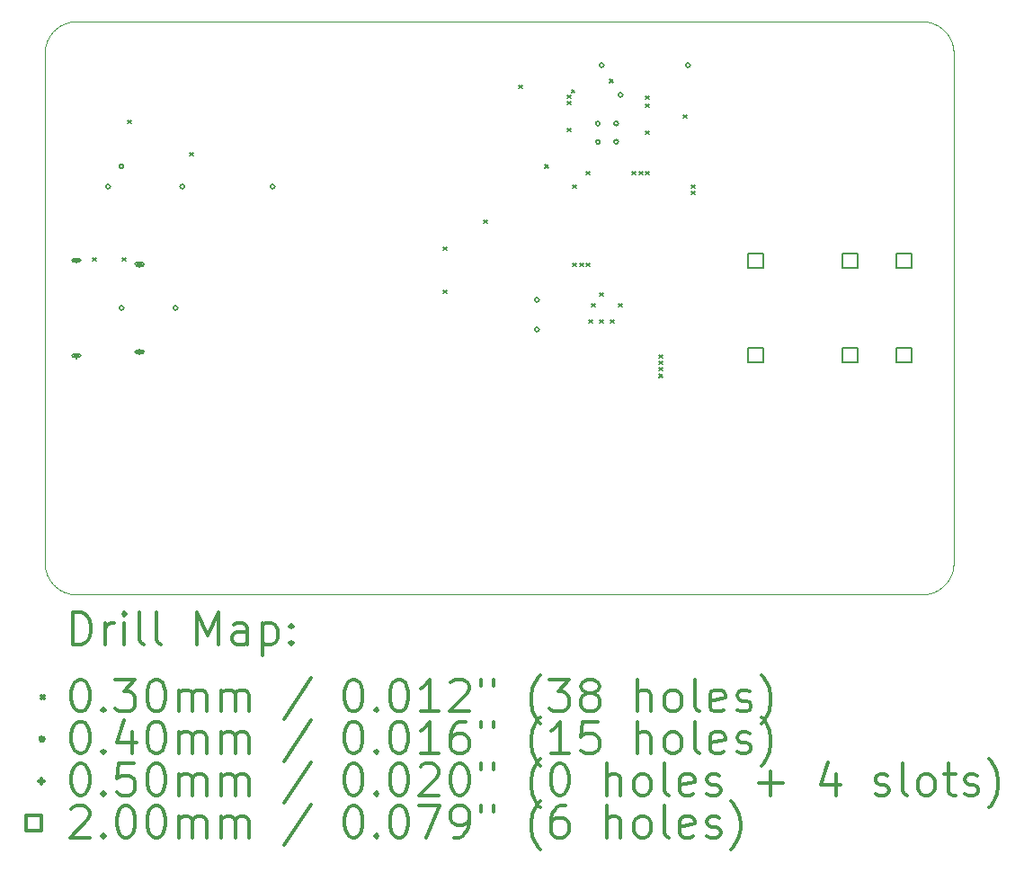
<source format=gbr>
%FSLAX45Y45*%
G04 Gerber Fmt 4.5, Leading zero omitted, Abs format (unit mm)*
G04 Created by KiCad (PCBNEW 4.0.7) date 04/10/18 01:40:11*
%MOMM*%
%LPD*%
G01*
G04 APERTURE LIST*
%ADD10C,0.127000*%
%ADD11C,0.100000*%
%ADD12C,0.200000*%
%ADD13C,0.300000*%
G04 APERTURE END LIST*
D10*
D11*
X12130625Y-7461000D02*
X12255000Y-7461000D01*
X11164047Y-7476830D02*
X11171044Y-7474546D01*
X11150280Y-7481895D02*
X11157125Y-7479281D01*
X11130236Y-7490700D02*
X11136834Y-7487608D01*
X11757500Y-7461000D02*
X11881875Y-7461000D01*
X11143516Y-7484672D02*
X11150280Y-7481895D01*
X11117306Y-7497346D02*
X11123726Y-7493947D01*
X11157125Y-7479281D02*
X11164047Y-7476830D01*
X11033387Y-7564951D02*
X11038175Y-7559559D01*
X11075074Y-7525197D02*
X11080800Y-7520801D01*
X10999895Y-7611977D02*
X11003592Y-7605743D01*
X11508750Y-7461000D02*
X11633125Y-7461000D01*
X10996346Y-7618306D02*
X10999895Y-7611977D01*
X11260000Y-7461000D02*
X11384375Y-7461000D01*
X11080800Y-7520801D02*
X11086632Y-7516540D01*
X11015540Y-7587632D02*
X11019801Y-7581800D01*
X11229440Y-7462556D02*
X11237005Y-7461879D01*
X11237005Y-7461879D02*
X11244622Y-7461392D01*
X11214471Y-7464473D02*
X11221927Y-7463422D01*
X11048125Y-7549125D02*
X11053283Y-7544088D01*
X11199736Y-7467123D02*
X11207073Y-7465708D01*
X11028727Y-7570457D02*
X11033387Y-7564951D01*
X11007433Y-7599606D02*
X11011416Y-7593568D01*
X10986608Y-7637834D02*
X10989700Y-7631236D01*
X11185254Y-7470487D02*
X11192462Y-7468717D01*
X11011416Y-7593568D02*
X11015540Y-7587632D01*
X11098606Y-7508432D02*
X11104744Y-7504591D01*
X11092568Y-7512416D02*
X11098606Y-7508432D01*
X11024197Y-7576074D02*
X11028727Y-7570457D01*
X11058559Y-7539175D02*
X11063951Y-7534387D01*
X11069457Y-7529727D02*
X11075074Y-7525197D01*
X10992947Y-7624726D02*
X10996346Y-7618306D01*
X11633125Y-7461000D02*
X11757500Y-7461000D01*
X11003592Y-7605743D02*
X11007433Y-7599606D01*
X13001250Y-7461000D02*
X13125625Y-7461000D01*
X11244622Y-7461392D02*
X11252288Y-7461098D01*
X12876875Y-7461000D02*
X13001250Y-7461000D01*
X12752500Y-7461000D02*
X12876875Y-7461000D01*
X12628125Y-7461000D02*
X12752500Y-7461000D01*
X12503750Y-7461000D02*
X12628125Y-7461000D01*
X12379375Y-7461000D02*
X12503750Y-7461000D01*
X12255000Y-7461000D02*
X12379375Y-7461000D01*
X11207073Y-7465708D02*
X11214471Y-7464473D01*
X11171044Y-7474546D02*
X11178114Y-7472431D01*
X11063951Y-7534387D02*
X11069457Y-7529727D01*
X11136834Y-7487608D02*
X11143516Y-7484672D01*
X12006250Y-7461000D02*
X12130625Y-7461000D01*
X11881875Y-7461000D02*
X12006250Y-7461000D01*
X11384375Y-7461000D02*
X11508750Y-7461000D01*
X11053283Y-7544088D02*
X11058559Y-7539175D01*
X10989700Y-7631236D02*
X10992947Y-7624726D01*
X11252288Y-7461098D02*
X11260000Y-7461000D01*
X11192462Y-7468717D02*
X11199736Y-7467123D01*
X11221927Y-7463422D02*
X11229440Y-7462556D01*
X11178114Y-7472431D02*
X11185254Y-7470487D01*
X11086632Y-7516540D02*
X11092568Y-7512416D01*
X11019801Y-7581800D02*
X11024197Y-7576074D01*
X11123726Y-7493947D02*
X11130236Y-7490700D01*
X11110978Y-7500895D02*
X11117306Y-7497346D01*
X11043088Y-7554283D02*
X11048125Y-7549125D01*
X11038175Y-7559559D02*
X11043088Y-7554283D01*
X10983672Y-7644516D02*
X10986608Y-7637834D01*
X11104744Y-7504591D02*
X11110978Y-7500895D01*
X19399200Y-12799199D02*
X19393368Y-12803460D01*
X19468584Y-12726432D02*
X19464460Y-12732368D01*
X19431875Y-12770875D02*
X19426717Y-12775912D01*
X19496328Y-12675484D02*
X19493392Y-12682166D01*
X19493392Y-12682166D02*
X19490300Y-12688764D01*
X19515292Y-12611927D02*
X19513877Y-12619264D01*
X19455803Y-12743926D02*
X19451273Y-12749543D01*
X19516527Y-12604529D02*
X19515292Y-12611927D01*
X19476409Y-12714256D02*
X19472568Y-12720394D01*
X19499105Y-12668720D02*
X19496328Y-12675484D01*
X19520000Y-12559000D02*
X19519902Y-12566712D01*
X19369023Y-12819105D02*
X19362694Y-12822654D01*
X19421441Y-12780825D02*
X19416049Y-12785613D01*
X19519608Y-12574378D02*
X19519121Y-12581995D01*
X19441825Y-12760441D02*
X19436912Y-12765717D01*
X19436912Y-12765717D02*
X19431875Y-12770875D01*
X19404926Y-12794803D02*
X19399200Y-12799199D01*
X19416049Y-12785613D02*
X19410543Y-12790273D01*
X19501719Y-12661875D02*
X19499105Y-12668720D01*
X19483654Y-12701694D02*
X19480105Y-12708022D01*
X19387432Y-12807584D02*
X19381394Y-12811567D01*
X19393368Y-12803460D02*
X19387432Y-12807584D01*
X19410543Y-12790273D02*
X19404926Y-12794803D01*
X19426717Y-12775912D02*
X19421441Y-12780825D01*
X19451273Y-12749543D02*
X19446613Y-12755049D01*
X19480105Y-12708022D02*
X19476409Y-12714256D01*
X19510513Y-12633746D02*
X19508569Y-12640886D01*
X19520000Y-12334094D02*
X19520000Y-12409062D01*
X19508569Y-12640886D02*
X19506454Y-12647956D01*
X19519902Y-12566712D02*
X19519608Y-12574378D01*
X19512283Y-12626538D02*
X19510513Y-12633746D01*
X19490300Y-12688764D02*
X19487053Y-12695274D01*
X19513877Y-12619264D02*
X19512283Y-12626538D01*
X19520000Y-12409062D02*
X19520000Y-12484031D01*
X19272927Y-12854292D02*
X19265529Y-12855527D01*
X19280264Y-12852877D02*
X19272927Y-12854292D01*
X19301886Y-12847569D02*
X19294746Y-12849513D01*
X19506454Y-12647956D02*
X19504170Y-12654953D01*
X19381394Y-12811567D02*
X19375257Y-12815408D01*
X19519121Y-12581995D02*
X19518444Y-12589560D01*
X19520000Y-12184156D02*
X19520000Y-12259125D01*
X19315954Y-12843170D02*
X19308956Y-12845454D01*
X19464460Y-12732368D02*
X19460199Y-12738200D01*
X19446613Y-12755049D02*
X19441825Y-12760441D01*
X19287538Y-12851283D02*
X19280264Y-12852877D01*
X19294746Y-12849513D02*
X19287538Y-12851283D01*
X19520000Y-12484031D02*
X19520000Y-12559000D01*
X19517578Y-12597072D02*
X19516527Y-12604529D01*
X19518444Y-12589560D02*
X19517578Y-12597072D01*
X19308956Y-12845454D02*
X19301886Y-12847569D01*
X19487053Y-12695274D02*
X19483654Y-12701694D01*
X19322876Y-12840719D02*
X19315954Y-12843170D01*
X19329720Y-12838104D02*
X19322876Y-12840719D01*
X19520000Y-12109187D02*
X19520000Y-12184156D01*
X19336484Y-12835328D02*
X19329720Y-12838104D01*
X19362694Y-12822654D02*
X19356274Y-12826053D01*
X19343166Y-12832392D02*
X19336484Y-12835328D01*
X19349764Y-12829300D02*
X19343166Y-12832392D01*
X19356274Y-12826053D02*
X19349764Y-12829300D01*
X19375257Y-12815408D02*
X19369023Y-12819105D01*
X19460199Y-12738200D02*
X19455803Y-12743926D01*
X19472568Y-12720394D02*
X19468584Y-12726432D01*
X19520000Y-12259125D02*
X19520000Y-12334094D01*
X19504170Y-12654953D02*
X19501719Y-12661875D01*
X19520000Y-9410313D02*
X19520000Y-9485281D01*
X19520000Y-7985906D02*
X19520000Y-8060875D01*
X19520000Y-8885531D02*
X19520000Y-8960500D01*
X19520000Y-11434469D02*
X19520000Y-11509437D01*
X19520000Y-10684781D02*
X19520000Y-10759750D01*
X19520000Y-7761000D02*
X19520000Y-7835969D01*
X19520000Y-9710188D02*
X19520000Y-9785156D01*
X19520000Y-8435719D02*
X19520000Y-8510688D01*
X19520000Y-11284531D02*
X19520000Y-11359500D01*
X19520000Y-10609813D02*
X19520000Y-10684781D01*
X19520000Y-8735594D02*
X19520000Y-8810563D01*
X19520000Y-11134594D02*
X19520000Y-11209562D01*
X19520000Y-10834719D02*
X19520000Y-10909688D01*
X19520000Y-10384906D02*
X19520000Y-10459875D01*
X19518444Y-7730440D02*
X19519121Y-7738005D01*
X19520000Y-11584406D02*
X19520000Y-11659375D01*
X19520000Y-12034219D02*
X19520000Y-12109187D01*
X19520000Y-10759750D02*
X19520000Y-10834719D01*
X19520000Y-10010063D02*
X19520000Y-10085031D01*
X19520000Y-9785156D02*
X19520000Y-9860125D01*
X19520000Y-8135844D02*
X19520000Y-8210812D01*
X19520000Y-8285781D02*
X19520000Y-8360750D01*
X19520000Y-8510688D02*
X19520000Y-8585656D01*
X19520000Y-9110438D02*
X19520000Y-9185406D01*
X19520000Y-7835969D02*
X19520000Y-7910937D01*
X19520000Y-10534844D02*
X19520000Y-10609813D01*
X19519608Y-7745622D02*
X19519902Y-7753288D01*
X19517578Y-7722927D02*
X19518444Y-7730440D01*
X19520000Y-11959250D02*
X19520000Y-12034219D01*
X19520000Y-9560250D02*
X19520000Y-9635219D01*
X19520000Y-8960500D02*
X19520000Y-9035469D01*
X19520000Y-7910937D02*
X19520000Y-7985906D01*
X19519902Y-7753288D02*
X19520000Y-7761000D01*
X19520000Y-8210812D02*
X19520000Y-8285781D01*
X19520000Y-11884281D02*
X19520000Y-11959250D01*
X19520000Y-9185406D02*
X19520000Y-9260375D01*
X19520000Y-9335344D02*
X19520000Y-9410313D01*
X19520000Y-10909688D02*
X19520000Y-10984656D01*
X19520000Y-10459875D02*
X19520000Y-10534844D01*
X19520000Y-10309938D02*
X19520000Y-10384906D01*
X19520000Y-8060875D02*
X19520000Y-8135844D01*
X19520000Y-8810563D02*
X19520000Y-8885531D01*
X19520000Y-8360750D02*
X19520000Y-8435719D01*
X19519121Y-7738005D02*
X19519608Y-7745622D01*
X19520000Y-11809312D02*
X19520000Y-11884281D01*
X19520000Y-11734344D02*
X19520000Y-11809312D01*
X19520000Y-8660625D02*
X19520000Y-8735594D01*
X19520000Y-11659375D02*
X19520000Y-11734344D01*
X19520000Y-11509437D02*
X19520000Y-11584406D01*
X19520000Y-11359500D02*
X19520000Y-11434469D01*
X19520000Y-11209562D02*
X19520000Y-11284531D01*
X19520000Y-11059625D02*
X19520000Y-11134594D01*
X19520000Y-10984656D02*
X19520000Y-11059625D01*
X19520000Y-10234969D02*
X19520000Y-10309938D01*
X19520000Y-9260375D02*
X19520000Y-9335344D01*
X19520000Y-10160000D02*
X19520000Y-10234969D01*
X19520000Y-9860125D02*
X19520000Y-9935094D01*
X19520000Y-9635219D02*
X19520000Y-9710188D01*
X19516527Y-7715471D02*
X19517578Y-7722927D01*
X19520000Y-9485281D02*
X19520000Y-9560250D01*
X19520000Y-9035469D02*
X19520000Y-9110438D01*
X19520000Y-10085031D02*
X19520000Y-10160000D01*
X19520000Y-9935094D02*
X19520000Y-10010063D01*
X19520000Y-8585656D02*
X19520000Y-8660625D01*
X19369023Y-7500895D02*
X19375257Y-7504591D01*
X19235378Y-7461392D02*
X19242995Y-7461879D01*
X19322876Y-7479281D02*
X19329720Y-7481895D01*
X19499105Y-7651280D02*
X19501719Y-7658124D01*
X19460199Y-7581800D02*
X19464460Y-7587632D01*
X19095625Y-7461000D02*
X19220000Y-7461000D01*
X19393368Y-7516540D02*
X19399200Y-7520801D01*
X19280264Y-7467123D02*
X19287538Y-7468717D01*
X19496328Y-7644516D02*
X19499105Y-7651280D01*
X19455803Y-7576074D02*
X19460199Y-7581800D01*
X19308956Y-7474546D02*
X19315954Y-7476830D01*
X19480105Y-7611977D02*
X19483654Y-7618306D01*
X19468584Y-7593568D02*
X19472568Y-7599606D01*
X19441825Y-7559559D02*
X19446613Y-7564951D01*
X18598125Y-7461000D02*
X18722500Y-7461000D01*
X19487053Y-7624726D02*
X19490300Y-7631236D01*
X19476409Y-7605743D02*
X19480105Y-7611977D01*
X19464460Y-7587632D02*
X19468584Y-7593568D01*
X19416049Y-7534387D02*
X19421441Y-7539175D01*
X19399200Y-7520801D02*
X19404926Y-7525197D01*
X19250560Y-7462556D02*
X19258073Y-7463422D01*
X19265529Y-7464473D02*
X19272927Y-7465708D01*
X19287538Y-7468717D02*
X19294746Y-7470487D01*
X19343166Y-7487608D02*
X19349764Y-7490700D01*
X19220000Y-7461000D02*
X19227712Y-7461098D01*
X19451273Y-7570457D02*
X19455803Y-7576074D01*
X18846875Y-7461000D02*
X18971250Y-7461000D01*
X18473750Y-7461000D02*
X18598125Y-7461000D01*
X19508569Y-7679114D02*
X19510513Y-7686254D01*
X19381394Y-7508432D02*
X19387432Y-7512416D01*
X19329720Y-7481895D02*
X19336484Y-7484672D01*
X19227712Y-7461098D02*
X19235378Y-7461392D01*
X18971250Y-7461000D02*
X19095625Y-7461000D01*
X19258073Y-7463422D02*
X19265529Y-7464473D01*
X19493392Y-7637834D02*
X19496328Y-7644516D01*
X19349764Y-7490700D02*
X19356274Y-7493947D01*
X19362694Y-7497346D02*
X19369023Y-7500895D01*
X19472568Y-7599606D02*
X19476409Y-7605743D01*
X19446613Y-7564951D02*
X19451273Y-7570457D01*
X19436912Y-7554283D02*
X19441825Y-7559559D01*
X19242995Y-7461879D02*
X19250560Y-7462556D01*
X19315954Y-7476830D02*
X19322876Y-7479281D01*
X19272927Y-7465708D02*
X19280264Y-7467123D01*
X18722500Y-7461000D02*
X18846875Y-7461000D01*
X19515292Y-7708073D02*
X19516527Y-7715471D01*
X19506454Y-7672044D02*
X19508569Y-7679114D01*
X19301886Y-7472431D02*
X19308956Y-7474546D01*
X19490300Y-7631236D02*
X19493392Y-7637834D01*
X19513877Y-7700736D02*
X19515292Y-7708073D01*
X19512283Y-7693462D02*
X19513877Y-7700736D01*
X19510513Y-7686254D02*
X19512283Y-7693462D01*
X19504170Y-7665046D02*
X19506454Y-7672044D01*
X19501719Y-7658124D02*
X19504170Y-7665046D01*
X19483654Y-7618306D02*
X19487053Y-7624726D01*
X19356274Y-7493947D02*
X19362694Y-7497346D01*
X19426717Y-7544088D02*
X19431875Y-7549125D01*
X19404926Y-7525197D02*
X19410543Y-7529727D01*
X19387432Y-7512416D02*
X19393368Y-7516540D01*
X19431875Y-7549125D02*
X19436912Y-7554283D01*
X19375257Y-7504591D02*
X19381394Y-7508432D01*
X19336484Y-7484672D02*
X19343166Y-7487608D01*
X19421441Y-7539175D02*
X19426717Y-7544088D01*
X19410543Y-7529727D02*
X19416049Y-7534387D01*
X19294746Y-7470487D02*
X19301886Y-7472431D01*
X13125625Y-7461000D02*
X13250000Y-7461000D01*
X13250000Y-7461000D02*
X13374375Y-7461000D01*
X15737500Y-7461000D02*
X15861875Y-7461000D01*
X15488750Y-7461000D02*
X15613125Y-7461000D01*
X14493750Y-7461000D02*
X14618125Y-7461000D01*
X15364375Y-7461000D02*
X15488750Y-7461000D01*
X13871875Y-7461000D02*
X13996250Y-7461000D01*
X14991250Y-7461000D02*
X15115625Y-7461000D01*
X14866875Y-7461000D02*
X14991250Y-7461000D01*
X13623125Y-7461000D02*
X13747500Y-7461000D01*
X18225000Y-7461000D02*
X18349375Y-7461000D01*
X17851875Y-7461000D02*
X17976250Y-7461000D01*
X15613125Y-7461000D02*
X15737500Y-7461000D01*
X17354375Y-7461000D02*
X17478750Y-7461000D01*
X15986250Y-7461000D02*
X16110625Y-7461000D01*
X16359375Y-7461000D02*
X16483750Y-7461000D01*
X16110625Y-7461000D02*
X16235000Y-7461000D01*
X15240000Y-7461000D02*
X15364375Y-7461000D01*
X13747500Y-7461000D02*
X13871875Y-7461000D01*
X13374375Y-7461000D02*
X13498750Y-7461000D01*
X14618125Y-7461000D02*
X14742500Y-7461000D01*
X18349375Y-7461000D02*
X18473750Y-7461000D01*
X17727500Y-7461000D02*
X17851875Y-7461000D01*
X16981250Y-7461000D02*
X17105625Y-7461000D01*
X16235000Y-7461000D02*
X16359375Y-7461000D01*
X18100625Y-7461000D02*
X18225000Y-7461000D01*
X14742500Y-7461000D02*
X14866875Y-7461000D01*
X14245000Y-7461000D02*
X14369375Y-7461000D01*
X17603125Y-7461000D02*
X17727500Y-7461000D01*
X16856875Y-7461000D02*
X16981250Y-7461000D01*
X17478750Y-7461000D02*
X17603125Y-7461000D01*
X13498750Y-7461000D02*
X13623125Y-7461000D01*
X17976250Y-7461000D02*
X18100625Y-7461000D01*
X17230000Y-7461000D02*
X17354375Y-7461000D01*
X17105625Y-7461000D02*
X17230000Y-7461000D01*
X16732500Y-7461000D02*
X16856875Y-7461000D01*
X16608125Y-7461000D02*
X16732500Y-7461000D01*
X16483750Y-7461000D02*
X16608125Y-7461000D01*
X15861875Y-7461000D02*
X15986250Y-7461000D01*
X15115625Y-7461000D02*
X15240000Y-7461000D01*
X14369375Y-7461000D02*
X14493750Y-7461000D01*
X13996250Y-7461000D02*
X14120625Y-7461000D01*
X14120625Y-7461000D02*
X14245000Y-7461000D01*
X19220000Y-12859000D02*
X19095625Y-12859000D01*
X17354375Y-12859000D02*
X17230000Y-12859000D01*
X17478750Y-12859000D02*
X17354375Y-12859000D01*
X17727500Y-12859000D02*
X17603125Y-12859000D01*
X18100625Y-12859000D02*
X17976250Y-12859000D01*
X18349375Y-12859000D02*
X18225000Y-12859000D01*
X17851875Y-12859000D02*
X17727500Y-12859000D01*
X18473750Y-12859000D02*
X18349375Y-12859000D01*
X19095625Y-12859000D02*
X18971250Y-12859000D01*
X17603125Y-12859000D02*
X17478750Y-12859000D01*
X18225000Y-12859000D02*
X18100625Y-12859000D01*
X17976250Y-12859000D02*
X17851875Y-12859000D01*
X18722500Y-12859000D02*
X18598125Y-12859000D01*
X18846875Y-12859000D02*
X18722500Y-12859000D01*
X18971250Y-12859000D02*
X18846875Y-12859000D01*
X18598125Y-12859000D02*
X18473750Y-12859000D01*
X10960000Y-9185406D02*
X10960000Y-9110438D01*
X10973546Y-7672044D02*
X10975830Y-7665046D01*
X10980896Y-7651280D02*
X10983672Y-7644516D01*
X10978281Y-7658124D02*
X10980896Y-7651280D01*
X10960392Y-7745622D02*
X10960879Y-7738005D01*
X10960000Y-7910937D02*
X10960000Y-7835969D01*
X10960000Y-8060875D02*
X10960000Y-7985906D01*
X10960000Y-8660625D02*
X10960000Y-8585656D01*
X10960000Y-8285781D02*
X10960000Y-8210812D01*
X10960000Y-8735594D02*
X10960000Y-8660625D01*
X10960000Y-8885531D02*
X10960000Y-8810563D01*
X10960000Y-10309938D02*
X10960000Y-10234969D01*
X10960000Y-10684781D02*
X10960000Y-10609813D01*
X10960000Y-11059625D02*
X10960000Y-10984656D01*
X10960000Y-11284531D02*
X10960000Y-11209562D01*
X10975830Y-7665046D02*
X10978281Y-7658124D01*
X10971431Y-7679114D02*
X10973546Y-7672044D01*
X10960000Y-8810563D02*
X10960000Y-8735594D01*
X10960000Y-9710188D02*
X10960000Y-9635219D01*
X10960000Y-9035469D02*
X10960000Y-8960500D01*
X10960000Y-9410313D02*
X10960000Y-9335344D01*
X10969487Y-7686254D02*
X10971431Y-7679114D01*
X10967717Y-7693462D02*
X10969487Y-7686254D01*
X10963473Y-7715471D02*
X10964708Y-7708073D01*
X10962422Y-7722927D02*
X10963473Y-7715471D01*
X10960879Y-7738005D02*
X10961556Y-7730440D01*
X10960000Y-10085031D02*
X10960000Y-10010063D01*
X10960000Y-7761000D02*
X10960099Y-7753288D01*
X10960000Y-9110438D02*
X10960000Y-9035469D01*
X10960000Y-9335344D02*
X10960000Y-9260375D01*
X10960000Y-9785156D02*
X10960000Y-9710188D01*
X10960000Y-8135844D02*
X10960000Y-8060875D01*
X10960000Y-8510688D02*
X10960000Y-8435719D01*
X10960000Y-9485281D02*
X10960000Y-9410313D01*
X10960000Y-10384906D02*
X10960000Y-10309938D01*
X10961556Y-7730440D02*
X10962422Y-7722927D01*
X10960000Y-10010063D02*
X10960000Y-9935094D01*
X10960000Y-8435719D02*
X10960000Y-8360750D01*
X10960000Y-8585656D02*
X10960000Y-8510688D01*
X10960000Y-7985906D02*
X10960000Y-7910937D01*
X10960000Y-10534844D02*
X10960000Y-10459875D01*
X10960000Y-9860125D02*
X10960000Y-9785156D01*
X10960000Y-9260375D02*
X10960000Y-9185406D01*
X10960000Y-8960500D02*
X10960000Y-8885531D01*
X10964708Y-7708073D02*
X10966123Y-7700736D01*
X10960000Y-9635219D02*
X10960000Y-9560250D01*
X10960099Y-7753288D02*
X10960392Y-7745622D01*
X10960000Y-10984656D02*
X10960000Y-10909688D01*
X10960000Y-7835969D02*
X10960000Y-7761000D01*
X10960000Y-9560250D02*
X10960000Y-9485281D01*
X10960000Y-10609813D02*
X10960000Y-10534844D01*
X10960000Y-9935094D02*
X10960000Y-9860125D01*
X10960000Y-10160000D02*
X10960000Y-10085031D01*
X10960000Y-11359500D02*
X10960000Y-11284531D01*
X10960000Y-10759750D02*
X10960000Y-10684781D01*
X10960000Y-8210812D02*
X10960000Y-8135844D01*
X10960000Y-8360750D02*
X10960000Y-8285781D01*
X10960000Y-10234969D02*
X10960000Y-10160000D01*
X10960000Y-11134594D02*
X10960000Y-11059625D01*
X10960000Y-10909688D02*
X10960000Y-10834719D01*
X10960000Y-10459875D02*
X10960000Y-10384906D01*
X10966123Y-7700736D02*
X10967717Y-7693462D01*
X10960000Y-10834719D02*
X10960000Y-10759750D01*
X10960000Y-11209562D02*
X10960000Y-11134594D01*
X10960000Y-11884281D02*
X10960000Y-11809312D01*
X10960000Y-12109187D02*
X10960000Y-12034219D01*
X10960000Y-12184156D02*
X10960000Y-12109187D01*
X10967717Y-12626538D02*
X10966123Y-12619264D01*
X11033387Y-12755049D02*
X11028727Y-12749543D01*
X10960000Y-12259125D02*
X10960000Y-12184156D01*
X10960000Y-12334094D02*
X10960000Y-12259125D01*
X10960000Y-12409062D02*
X10960000Y-12334094D01*
X10986608Y-12682166D02*
X10983672Y-12675484D01*
X11075074Y-12794803D02*
X11069457Y-12790273D01*
X11136834Y-12832392D02*
X11130236Y-12829300D01*
X10973546Y-12647956D02*
X10971431Y-12640886D01*
X11048125Y-12770875D02*
X11043088Y-12765717D01*
X10960879Y-12581995D02*
X10960392Y-12574378D01*
X11007433Y-12720394D02*
X11003592Y-12714256D01*
X11130236Y-12829300D02*
X11123726Y-12826053D01*
X10960000Y-12484031D02*
X10960000Y-12409062D01*
X10960000Y-12559000D02*
X10960000Y-12484031D01*
X10960099Y-12566712D02*
X10960000Y-12559000D01*
X10960392Y-12574378D02*
X10960099Y-12566712D01*
X10996346Y-12701694D02*
X10992947Y-12695274D01*
X10999895Y-12708022D02*
X10996346Y-12701694D01*
X11092568Y-12807584D02*
X11086632Y-12803460D01*
X11003592Y-12714256D02*
X10999895Y-12708022D01*
X11098606Y-12811567D02*
X11092568Y-12807584D01*
X11104744Y-12815408D02*
X11098606Y-12811567D01*
X10961556Y-12589560D02*
X10960879Y-12581995D01*
X10963473Y-12604529D02*
X10962422Y-12597072D01*
X10964708Y-12611927D02*
X10963473Y-12604529D01*
X10969487Y-12633746D02*
X10967717Y-12626538D01*
X11110978Y-12819105D02*
X11104744Y-12815408D01*
X11117306Y-12822654D02*
X11110978Y-12819105D01*
X11143516Y-12835328D02*
X11136834Y-12832392D01*
X11038175Y-12760441D02*
X11033387Y-12755049D01*
X10966123Y-12619264D02*
X10964708Y-12611927D01*
X10971431Y-12640886D02*
X10969487Y-12633746D01*
X11019801Y-12738200D02*
X11015540Y-12732368D01*
X10983672Y-12675484D02*
X10980896Y-12668720D01*
X10989700Y-12688764D02*
X10986608Y-12682166D01*
X11069457Y-12790273D02*
X11063951Y-12785613D01*
X11028727Y-12749543D02*
X11024197Y-12743926D01*
X11080800Y-12799199D02*
X11075074Y-12794803D01*
X11011416Y-12726432D02*
X11007433Y-12720394D01*
X11024197Y-12743926D02*
X11019801Y-12738200D01*
X11043088Y-12765717D02*
X11038175Y-12760441D01*
X10960000Y-11659375D02*
X10960000Y-11584406D01*
X10960000Y-11434469D02*
X10960000Y-11359500D01*
X10960000Y-11509437D02*
X10960000Y-11434469D01*
X10960000Y-11584406D02*
X10960000Y-11509437D01*
X10960000Y-11959250D02*
X10960000Y-11884281D01*
X10960000Y-11809312D02*
X10960000Y-11734344D01*
X10978281Y-12661875D02*
X10975830Y-12654953D01*
X11058559Y-12780825D02*
X11053283Y-12775912D01*
X10992947Y-12695274D02*
X10989700Y-12688764D01*
X11086632Y-12803460D02*
X11080800Y-12799199D01*
X11123726Y-12826053D02*
X11117306Y-12822654D01*
X10960000Y-11734344D02*
X10960000Y-11659375D01*
X10960000Y-12034219D02*
X10960000Y-11959250D01*
X10962422Y-12597072D02*
X10961556Y-12589560D01*
X11015540Y-12732368D02*
X11011416Y-12726432D01*
X10980896Y-12668720D02*
X10978281Y-12661875D01*
X11063951Y-12785613D02*
X11058559Y-12780825D01*
X10975830Y-12654953D02*
X10973546Y-12647956D01*
X11053283Y-12775912D02*
X11048125Y-12770875D01*
X16110625Y-12859000D02*
X15986250Y-12859000D01*
X12255000Y-12859000D02*
X12130625Y-12859000D01*
X11199736Y-12852877D02*
X11192462Y-12851283D01*
X11207073Y-12854292D02*
X11199736Y-12852877D01*
X11221927Y-12856578D02*
X11214471Y-12855527D01*
X11229440Y-12857444D02*
X11221927Y-12856578D01*
X11252288Y-12858901D02*
X11244622Y-12858608D01*
X15240000Y-12859000D02*
X15115625Y-12859000D01*
X14618125Y-12859000D02*
X14493750Y-12859000D01*
X14245000Y-12859000D02*
X14120625Y-12859000D01*
X15613125Y-12859000D02*
X15488750Y-12859000D01*
X11260000Y-12859000D02*
X11252288Y-12858901D01*
X13498750Y-12859000D02*
X13374375Y-12859000D01*
X15364375Y-12859000D02*
X15240000Y-12859000D01*
X13996250Y-12859000D02*
X13871875Y-12859000D01*
X11237005Y-12858121D02*
X11229440Y-12857444D01*
X12006250Y-12859000D02*
X11881875Y-12859000D01*
X15488750Y-12859000D02*
X15364375Y-12859000D01*
X16981250Y-12859000D02*
X16856875Y-12859000D01*
X15861875Y-12859000D02*
X15737500Y-12859000D01*
X16483750Y-12859000D02*
X16359375Y-12859000D01*
X11244622Y-12858608D02*
X11237005Y-12858121D01*
X11633125Y-12859000D02*
X11508750Y-12859000D01*
X13001250Y-12859000D02*
X12876875Y-12859000D01*
X11384375Y-12859000D02*
X11260000Y-12859000D01*
X12628125Y-12859000D02*
X12503750Y-12859000D01*
X13374375Y-12859000D02*
X13250000Y-12859000D01*
X13747500Y-12859000D02*
X13623125Y-12859000D01*
X15986250Y-12859000D02*
X15861875Y-12859000D01*
X16359375Y-12859000D02*
X16235000Y-12859000D01*
X17105625Y-12859000D02*
X16981250Y-12859000D01*
X14369375Y-12859000D02*
X14245000Y-12859000D01*
X14991250Y-12859000D02*
X14866875Y-12859000D01*
X16608125Y-12859000D02*
X16483750Y-12859000D01*
X12379375Y-12859000D02*
X12255000Y-12859000D01*
X12130625Y-12859000D02*
X12006250Y-12859000D01*
X13125625Y-12859000D02*
X13001250Y-12859000D01*
X14866875Y-12859000D02*
X14742500Y-12859000D01*
X15115625Y-12859000D02*
X14991250Y-12859000D01*
X13250000Y-12859000D02*
X13125625Y-12859000D01*
X14120625Y-12859000D02*
X13996250Y-12859000D01*
X17230000Y-12859000D02*
X17105625Y-12859000D01*
X16235000Y-12859000D02*
X16110625Y-12859000D01*
X15737500Y-12859000D02*
X15613125Y-12859000D01*
X11150280Y-12838104D02*
X11143516Y-12835328D01*
X16856875Y-12859000D02*
X16732500Y-12859000D01*
X11157125Y-12840719D02*
X11150280Y-12838104D01*
X12503750Y-12859000D02*
X12379375Y-12859000D01*
X13871875Y-12859000D02*
X13747500Y-12859000D01*
X11881875Y-12859000D02*
X11757500Y-12859000D01*
X11164047Y-12843170D02*
X11157125Y-12840719D01*
X11508750Y-12859000D02*
X11384375Y-12859000D01*
X16732500Y-12859000D02*
X16608125Y-12859000D01*
X11171044Y-12845454D02*
X11164047Y-12843170D01*
X11178114Y-12847569D02*
X11171044Y-12845454D01*
X12876875Y-12859000D02*
X12752500Y-12859000D01*
X11214471Y-12855527D02*
X11207073Y-12854292D01*
X14493750Y-12859000D02*
X14369375Y-12859000D01*
X13623125Y-12859000D02*
X13498750Y-12859000D01*
X14742500Y-12859000D02*
X14618125Y-12859000D01*
X11757500Y-12859000D02*
X11633125Y-12859000D01*
X12752500Y-12859000D02*
X12628125Y-12859000D01*
X11185254Y-12849513D02*
X11178114Y-12847569D01*
X11192462Y-12851283D02*
X11185254Y-12849513D01*
X19250560Y-12857444D02*
X19242995Y-12858121D01*
X19258073Y-12856578D02*
X19250560Y-12857444D01*
X19227712Y-12858901D02*
X19220000Y-12859000D01*
X19242995Y-12858121D02*
X19235378Y-12858608D01*
X19235378Y-12858608D02*
X19227712Y-12858901D01*
X19265529Y-12855527D02*
X19258073Y-12856578D01*
X19220000Y-12859000D02*
X19220000Y-12859000D01*
D12*
X11415000Y-9687800D02*
X11445000Y-9717800D01*
X11445000Y-9687800D02*
X11415000Y-9717800D01*
X11694400Y-9687800D02*
X11724400Y-9717800D01*
X11724400Y-9687800D02*
X11694400Y-9717800D01*
X11745200Y-8392400D02*
X11775200Y-8422400D01*
X11775200Y-8392400D02*
X11745200Y-8422400D01*
X12329400Y-8697200D02*
X12359400Y-8727200D01*
X12359400Y-8697200D02*
X12329400Y-8727200D01*
X14717000Y-9586209D02*
X14747000Y-9616209D01*
X14747000Y-9586209D02*
X14717000Y-9616209D01*
X14717000Y-9992600D02*
X14747000Y-10022600D01*
X14747000Y-9992600D02*
X14717000Y-10022600D01*
X15098000Y-9332200D02*
X15128000Y-9362200D01*
X15128000Y-9332200D02*
X15098000Y-9362200D01*
X15428200Y-8062200D02*
X15458200Y-8092200D01*
X15458200Y-8062200D02*
X15428200Y-8092200D01*
X15671376Y-8810994D02*
X15701376Y-8840994D01*
X15701376Y-8810994D02*
X15671376Y-8840994D01*
X15885400Y-8214598D02*
X15915400Y-8244598D01*
X15915400Y-8214598D02*
X15885400Y-8244598D01*
X15885400Y-8468600D02*
X15915400Y-8498600D01*
X15915400Y-8468600D02*
X15885400Y-8498600D01*
X15885412Y-8154598D02*
X15915412Y-8184598D01*
X15915412Y-8154598D02*
X15885412Y-8184598D01*
X15922143Y-8105154D02*
X15952143Y-8135154D01*
X15952143Y-8105154D02*
X15922143Y-8135154D01*
X15936200Y-9002000D02*
X15966200Y-9032000D01*
X15966200Y-9002000D02*
X15936200Y-9032000D01*
X15936200Y-9738600D02*
X15966200Y-9768600D01*
X15966200Y-9738600D02*
X15936200Y-9768600D01*
X16003200Y-9738600D02*
X16033200Y-9768600D01*
X16033200Y-9738600D02*
X16003200Y-9768600D01*
X16063200Y-8875000D02*
X16093200Y-8905000D01*
X16093200Y-8875000D02*
X16063200Y-8905000D01*
X16063200Y-9738600D02*
X16093200Y-9768600D01*
X16093200Y-9738600D02*
X16063200Y-9768600D01*
X16088600Y-10272000D02*
X16118600Y-10302000D01*
X16118600Y-10272000D02*
X16088600Y-10302000D01*
X16114000Y-10119600D02*
X16144000Y-10149600D01*
X16144000Y-10119600D02*
X16114000Y-10149600D01*
X16190200Y-10018000D02*
X16220200Y-10048000D01*
X16220200Y-10018000D02*
X16190200Y-10048000D01*
X16190200Y-10272000D02*
X16220200Y-10302000D01*
X16220200Y-10272000D02*
X16190200Y-10302000D01*
X16283505Y-8004949D02*
X16313505Y-8034949D01*
X16313505Y-8004949D02*
X16283505Y-8034949D01*
X16291800Y-10272000D02*
X16321800Y-10302000D01*
X16321800Y-10272000D02*
X16291800Y-10302000D01*
X16368000Y-10119600D02*
X16398000Y-10149600D01*
X16398000Y-10119600D02*
X16368000Y-10149600D01*
X16495000Y-8875000D02*
X16525000Y-8905000D01*
X16525000Y-8875000D02*
X16495000Y-8905000D01*
X16562000Y-8875000D02*
X16592000Y-8905000D01*
X16592000Y-8875000D02*
X16562000Y-8905000D01*
X16622000Y-8163800D02*
X16652000Y-8193800D01*
X16652000Y-8163800D02*
X16622000Y-8193800D01*
X16622000Y-8240000D02*
X16652000Y-8270000D01*
X16652000Y-8240000D02*
X16622000Y-8270000D01*
X16622000Y-8494000D02*
X16652000Y-8524000D01*
X16652000Y-8494000D02*
X16622000Y-8524000D01*
X16622000Y-8875000D02*
X16652000Y-8905000D01*
X16652000Y-8875000D02*
X16622000Y-8905000D01*
X16749000Y-10602194D02*
X16779000Y-10632194D01*
X16779000Y-10602194D02*
X16749000Y-10632194D01*
X16749000Y-10662204D02*
X16779000Y-10692204D01*
X16779000Y-10662204D02*
X16749000Y-10692204D01*
X16749000Y-10722206D02*
X16779000Y-10752206D01*
X16779000Y-10722206D02*
X16749000Y-10752206D01*
X16749000Y-10782207D02*
X16779000Y-10812207D01*
X16779000Y-10782207D02*
X16749000Y-10812207D01*
X16977600Y-8341600D02*
X17007600Y-8371600D01*
X17007600Y-8341600D02*
X16977600Y-8371600D01*
X17053800Y-9002000D02*
X17083800Y-9032000D01*
X17083800Y-9002000D02*
X17053800Y-9032000D01*
X17053800Y-9062000D02*
X17083800Y-9092000D01*
X17083800Y-9062000D02*
X17053800Y-9092000D01*
X11577000Y-9017000D02*
G75*
G03X11577000Y-9017000I-20000J0D01*
G01*
X11704000Y-8826500D02*
G75*
G03X11704000Y-8826500I-20000J0D01*
G01*
X11704000Y-10160000D02*
G75*
G03X11704000Y-10160000I-20000J0D01*
G01*
X12212000Y-10160000D02*
G75*
G03X12212000Y-10160000I-20000J0D01*
G01*
X12275500Y-9017000D02*
G75*
G03X12275500Y-9017000I-20000J0D01*
G01*
X13126400Y-9017000D02*
G75*
G03X13126400Y-9017000I-20000J0D01*
G01*
X15615600Y-10083800D02*
G75*
G03X15615600Y-10083800I-20000J0D01*
G01*
X15615600Y-10363200D02*
G75*
G03X15615600Y-10363200I-20000J0D01*
G01*
X16189750Y-8422750D02*
G75*
G03X16189750Y-8422750I-20000J0D01*
G01*
X16189750Y-8595250D02*
G75*
G03X16189750Y-8595250I-20000J0D01*
G01*
X16225200Y-7873993D02*
G75*
G03X16225200Y-7873993I-20000J0D01*
G01*
X16362250Y-8422750D02*
G75*
G03X16362250Y-8422750I-20000J0D01*
G01*
X16362250Y-8595250D02*
G75*
G03X16362250Y-8595250I-20000J0D01*
G01*
X16403000Y-8153400D02*
G75*
G03X16403000Y-8153400I-20000J0D01*
G01*
X17038000Y-7874000D02*
G75*
G03X17038000Y-7874000I-20000J0D01*
G01*
X11258500Y-9686000D02*
X11258500Y-9736000D01*
X11233500Y-9711000D02*
X11283500Y-9711000D01*
X11288500Y-9696000D02*
X11228500Y-9696000D01*
X11288500Y-9726000D02*
X11228500Y-9726000D01*
X11228500Y-9696000D02*
G75*
G03X11228500Y-9726000I0J-15000D01*
G01*
X11288500Y-9726000D02*
G75*
G03X11288500Y-9696000I0J15000D01*
G01*
X11258500Y-10584000D02*
X11258500Y-10634000D01*
X11233500Y-10609000D02*
X11283500Y-10609000D01*
X11288500Y-10594000D02*
X11228500Y-10594000D01*
X11288500Y-10624000D02*
X11228500Y-10624000D01*
X11228500Y-10594000D02*
G75*
G03X11228500Y-10624000I0J-15000D01*
G01*
X11288500Y-10624000D02*
G75*
G03X11288500Y-10594000I0J15000D01*
G01*
X11853500Y-9722000D02*
X11853500Y-9772000D01*
X11828500Y-9747000D02*
X11878500Y-9747000D01*
X11883500Y-9732000D02*
X11823500Y-9732000D01*
X11883500Y-9762000D02*
X11823500Y-9762000D01*
X11823500Y-9732000D02*
G75*
G03X11823500Y-9762000I0J-15000D01*
G01*
X11883500Y-9762000D02*
G75*
G03X11883500Y-9732000I0J15000D01*
G01*
X11853500Y-10548000D02*
X11853500Y-10598000D01*
X11828500Y-10573000D02*
X11878500Y-10573000D01*
X11883500Y-10558000D02*
X11823500Y-10558000D01*
X11883500Y-10588000D02*
X11823500Y-10588000D01*
X11823500Y-10558000D02*
G75*
G03X11823500Y-10588000I0J-15000D01*
G01*
X11883500Y-10588000D02*
G75*
G03X11883500Y-10558000I0J15000D01*
G01*
X17723711Y-9786211D02*
X17723711Y-9644789D01*
X17582289Y-9644789D01*
X17582289Y-9786211D01*
X17723711Y-9786211D01*
X17723711Y-10675211D02*
X17723711Y-10533789D01*
X17582289Y-10533789D01*
X17582289Y-10675211D01*
X17723711Y-10675211D01*
X18612711Y-9786211D02*
X18612711Y-9644789D01*
X18471289Y-9644789D01*
X18471289Y-9786211D01*
X18612711Y-9786211D01*
X18612711Y-10675211D02*
X18612711Y-10533789D01*
X18471289Y-10533789D01*
X18471289Y-10675211D01*
X18612711Y-10675211D01*
X19120711Y-9786211D02*
X19120711Y-9644789D01*
X18979289Y-9644789D01*
X18979289Y-9786211D01*
X19120711Y-9786211D01*
X19120711Y-10675211D02*
X19120711Y-10533789D01*
X18979289Y-10533789D01*
X18979289Y-10675211D01*
X19120711Y-10675211D01*
D13*
X11226428Y-13329714D02*
X11226428Y-13029714D01*
X11297857Y-13029714D01*
X11340714Y-13044000D01*
X11369286Y-13072571D01*
X11383571Y-13101143D01*
X11397857Y-13158286D01*
X11397857Y-13201143D01*
X11383571Y-13258286D01*
X11369286Y-13286857D01*
X11340714Y-13315429D01*
X11297857Y-13329714D01*
X11226428Y-13329714D01*
X11526428Y-13329714D02*
X11526428Y-13129714D01*
X11526428Y-13186857D02*
X11540714Y-13158286D01*
X11555000Y-13144000D01*
X11583571Y-13129714D01*
X11612143Y-13129714D01*
X11712143Y-13329714D02*
X11712143Y-13129714D01*
X11712143Y-13029714D02*
X11697857Y-13044000D01*
X11712143Y-13058286D01*
X11726428Y-13044000D01*
X11712143Y-13029714D01*
X11712143Y-13058286D01*
X11897857Y-13329714D02*
X11869286Y-13315429D01*
X11855000Y-13286857D01*
X11855000Y-13029714D01*
X12055000Y-13329714D02*
X12026428Y-13315429D01*
X12012143Y-13286857D01*
X12012143Y-13029714D01*
X12397857Y-13329714D02*
X12397857Y-13029714D01*
X12497857Y-13244000D01*
X12597857Y-13029714D01*
X12597857Y-13329714D01*
X12869286Y-13329714D02*
X12869286Y-13172571D01*
X12855000Y-13144000D01*
X12826428Y-13129714D01*
X12769286Y-13129714D01*
X12740714Y-13144000D01*
X12869286Y-13315429D02*
X12840714Y-13329714D01*
X12769286Y-13329714D01*
X12740714Y-13315429D01*
X12726428Y-13286857D01*
X12726428Y-13258286D01*
X12740714Y-13229714D01*
X12769286Y-13215429D01*
X12840714Y-13215429D01*
X12869286Y-13201143D01*
X13012143Y-13129714D02*
X13012143Y-13429714D01*
X13012143Y-13144000D02*
X13040714Y-13129714D01*
X13097857Y-13129714D01*
X13126428Y-13144000D01*
X13140714Y-13158286D01*
X13155000Y-13186857D01*
X13155000Y-13272571D01*
X13140714Y-13301143D01*
X13126428Y-13315429D01*
X13097857Y-13329714D01*
X13040714Y-13329714D01*
X13012143Y-13315429D01*
X13283571Y-13301143D02*
X13297857Y-13315429D01*
X13283571Y-13329714D01*
X13269286Y-13315429D01*
X13283571Y-13301143D01*
X13283571Y-13329714D01*
X13283571Y-13144000D02*
X13297857Y-13158286D01*
X13283571Y-13172571D01*
X13269286Y-13158286D01*
X13283571Y-13144000D01*
X13283571Y-13172571D01*
X10925000Y-13809000D02*
X10955000Y-13839000D01*
X10955000Y-13809000D02*
X10925000Y-13839000D01*
X11283571Y-13659714D02*
X11312143Y-13659714D01*
X11340714Y-13674000D01*
X11355000Y-13688286D01*
X11369286Y-13716857D01*
X11383571Y-13774000D01*
X11383571Y-13845429D01*
X11369286Y-13902571D01*
X11355000Y-13931143D01*
X11340714Y-13945429D01*
X11312143Y-13959714D01*
X11283571Y-13959714D01*
X11255000Y-13945429D01*
X11240714Y-13931143D01*
X11226428Y-13902571D01*
X11212143Y-13845429D01*
X11212143Y-13774000D01*
X11226428Y-13716857D01*
X11240714Y-13688286D01*
X11255000Y-13674000D01*
X11283571Y-13659714D01*
X11512143Y-13931143D02*
X11526428Y-13945429D01*
X11512143Y-13959714D01*
X11497857Y-13945429D01*
X11512143Y-13931143D01*
X11512143Y-13959714D01*
X11626428Y-13659714D02*
X11812143Y-13659714D01*
X11712143Y-13774000D01*
X11755000Y-13774000D01*
X11783571Y-13788286D01*
X11797857Y-13802571D01*
X11812143Y-13831143D01*
X11812143Y-13902571D01*
X11797857Y-13931143D01*
X11783571Y-13945429D01*
X11755000Y-13959714D01*
X11669286Y-13959714D01*
X11640714Y-13945429D01*
X11626428Y-13931143D01*
X11997857Y-13659714D02*
X12026428Y-13659714D01*
X12055000Y-13674000D01*
X12069286Y-13688286D01*
X12083571Y-13716857D01*
X12097857Y-13774000D01*
X12097857Y-13845429D01*
X12083571Y-13902571D01*
X12069286Y-13931143D01*
X12055000Y-13945429D01*
X12026428Y-13959714D01*
X11997857Y-13959714D01*
X11969286Y-13945429D01*
X11955000Y-13931143D01*
X11940714Y-13902571D01*
X11926428Y-13845429D01*
X11926428Y-13774000D01*
X11940714Y-13716857D01*
X11955000Y-13688286D01*
X11969286Y-13674000D01*
X11997857Y-13659714D01*
X12226428Y-13959714D02*
X12226428Y-13759714D01*
X12226428Y-13788286D02*
X12240714Y-13774000D01*
X12269286Y-13759714D01*
X12312143Y-13759714D01*
X12340714Y-13774000D01*
X12355000Y-13802571D01*
X12355000Y-13959714D01*
X12355000Y-13802571D02*
X12369286Y-13774000D01*
X12397857Y-13759714D01*
X12440714Y-13759714D01*
X12469286Y-13774000D01*
X12483571Y-13802571D01*
X12483571Y-13959714D01*
X12626428Y-13959714D02*
X12626428Y-13759714D01*
X12626428Y-13788286D02*
X12640714Y-13774000D01*
X12669286Y-13759714D01*
X12712143Y-13759714D01*
X12740714Y-13774000D01*
X12755000Y-13802571D01*
X12755000Y-13959714D01*
X12755000Y-13802571D02*
X12769286Y-13774000D01*
X12797857Y-13759714D01*
X12840714Y-13759714D01*
X12869286Y-13774000D01*
X12883571Y-13802571D01*
X12883571Y-13959714D01*
X13469286Y-13645429D02*
X13212143Y-14031143D01*
X13855000Y-13659714D02*
X13883571Y-13659714D01*
X13912143Y-13674000D01*
X13926428Y-13688286D01*
X13940714Y-13716857D01*
X13955000Y-13774000D01*
X13955000Y-13845429D01*
X13940714Y-13902571D01*
X13926428Y-13931143D01*
X13912143Y-13945429D01*
X13883571Y-13959714D01*
X13855000Y-13959714D01*
X13826428Y-13945429D01*
X13812143Y-13931143D01*
X13797857Y-13902571D01*
X13783571Y-13845429D01*
X13783571Y-13774000D01*
X13797857Y-13716857D01*
X13812143Y-13688286D01*
X13826428Y-13674000D01*
X13855000Y-13659714D01*
X14083571Y-13931143D02*
X14097857Y-13945429D01*
X14083571Y-13959714D01*
X14069286Y-13945429D01*
X14083571Y-13931143D01*
X14083571Y-13959714D01*
X14283571Y-13659714D02*
X14312143Y-13659714D01*
X14340714Y-13674000D01*
X14355000Y-13688286D01*
X14369285Y-13716857D01*
X14383571Y-13774000D01*
X14383571Y-13845429D01*
X14369285Y-13902571D01*
X14355000Y-13931143D01*
X14340714Y-13945429D01*
X14312143Y-13959714D01*
X14283571Y-13959714D01*
X14255000Y-13945429D01*
X14240714Y-13931143D01*
X14226428Y-13902571D01*
X14212143Y-13845429D01*
X14212143Y-13774000D01*
X14226428Y-13716857D01*
X14240714Y-13688286D01*
X14255000Y-13674000D01*
X14283571Y-13659714D01*
X14669285Y-13959714D02*
X14497857Y-13959714D01*
X14583571Y-13959714D02*
X14583571Y-13659714D01*
X14555000Y-13702571D01*
X14526428Y-13731143D01*
X14497857Y-13745429D01*
X14783571Y-13688286D02*
X14797857Y-13674000D01*
X14826428Y-13659714D01*
X14897857Y-13659714D01*
X14926428Y-13674000D01*
X14940714Y-13688286D01*
X14955000Y-13716857D01*
X14955000Y-13745429D01*
X14940714Y-13788286D01*
X14769285Y-13959714D01*
X14955000Y-13959714D01*
X15069286Y-13659714D02*
X15069286Y-13716857D01*
X15183571Y-13659714D02*
X15183571Y-13716857D01*
X15626428Y-14074000D02*
X15612143Y-14059714D01*
X15583571Y-14016857D01*
X15569285Y-13988286D01*
X15555000Y-13945429D01*
X15540714Y-13874000D01*
X15540714Y-13816857D01*
X15555000Y-13745429D01*
X15569285Y-13702571D01*
X15583571Y-13674000D01*
X15612143Y-13631143D01*
X15626428Y-13616857D01*
X15712143Y-13659714D02*
X15897857Y-13659714D01*
X15797857Y-13774000D01*
X15840714Y-13774000D01*
X15869285Y-13788286D01*
X15883571Y-13802571D01*
X15897857Y-13831143D01*
X15897857Y-13902571D01*
X15883571Y-13931143D01*
X15869285Y-13945429D01*
X15840714Y-13959714D01*
X15755000Y-13959714D01*
X15726428Y-13945429D01*
X15712143Y-13931143D01*
X16069285Y-13788286D02*
X16040714Y-13774000D01*
X16026428Y-13759714D01*
X16012143Y-13731143D01*
X16012143Y-13716857D01*
X16026428Y-13688286D01*
X16040714Y-13674000D01*
X16069285Y-13659714D01*
X16126428Y-13659714D01*
X16155000Y-13674000D01*
X16169285Y-13688286D01*
X16183571Y-13716857D01*
X16183571Y-13731143D01*
X16169285Y-13759714D01*
X16155000Y-13774000D01*
X16126428Y-13788286D01*
X16069285Y-13788286D01*
X16040714Y-13802571D01*
X16026428Y-13816857D01*
X16012143Y-13845429D01*
X16012143Y-13902571D01*
X16026428Y-13931143D01*
X16040714Y-13945429D01*
X16069285Y-13959714D01*
X16126428Y-13959714D01*
X16155000Y-13945429D01*
X16169285Y-13931143D01*
X16183571Y-13902571D01*
X16183571Y-13845429D01*
X16169285Y-13816857D01*
X16155000Y-13802571D01*
X16126428Y-13788286D01*
X16540714Y-13959714D02*
X16540714Y-13659714D01*
X16669285Y-13959714D02*
X16669285Y-13802571D01*
X16655000Y-13774000D01*
X16626428Y-13759714D01*
X16583571Y-13759714D01*
X16555000Y-13774000D01*
X16540714Y-13788286D01*
X16855000Y-13959714D02*
X16826428Y-13945429D01*
X16812143Y-13931143D01*
X16797857Y-13902571D01*
X16797857Y-13816857D01*
X16812143Y-13788286D01*
X16826428Y-13774000D01*
X16855000Y-13759714D01*
X16897857Y-13759714D01*
X16926428Y-13774000D01*
X16940714Y-13788286D01*
X16955000Y-13816857D01*
X16955000Y-13902571D01*
X16940714Y-13931143D01*
X16926428Y-13945429D01*
X16897857Y-13959714D01*
X16855000Y-13959714D01*
X17126428Y-13959714D02*
X17097857Y-13945429D01*
X17083571Y-13916857D01*
X17083571Y-13659714D01*
X17355000Y-13945429D02*
X17326429Y-13959714D01*
X17269286Y-13959714D01*
X17240714Y-13945429D01*
X17226429Y-13916857D01*
X17226429Y-13802571D01*
X17240714Y-13774000D01*
X17269286Y-13759714D01*
X17326429Y-13759714D01*
X17355000Y-13774000D01*
X17369286Y-13802571D01*
X17369286Y-13831143D01*
X17226429Y-13859714D01*
X17483571Y-13945429D02*
X17512143Y-13959714D01*
X17569286Y-13959714D01*
X17597857Y-13945429D01*
X17612143Y-13916857D01*
X17612143Y-13902571D01*
X17597857Y-13874000D01*
X17569286Y-13859714D01*
X17526429Y-13859714D01*
X17497857Y-13845429D01*
X17483571Y-13816857D01*
X17483571Y-13802571D01*
X17497857Y-13774000D01*
X17526429Y-13759714D01*
X17569286Y-13759714D01*
X17597857Y-13774000D01*
X17712143Y-14074000D02*
X17726429Y-14059714D01*
X17755000Y-14016857D01*
X17769286Y-13988286D01*
X17783571Y-13945429D01*
X17797857Y-13874000D01*
X17797857Y-13816857D01*
X17783571Y-13745429D01*
X17769286Y-13702571D01*
X17755000Y-13674000D01*
X17726429Y-13631143D01*
X17712143Y-13616857D01*
X10955000Y-14220000D02*
G75*
G03X10955000Y-14220000I-20000J0D01*
G01*
X11283571Y-14055714D02*
X11312143Y-14055714D01*
X11340714Y-14070000D01*
X11355000Y-14084286D01*
X11369286Y-14112857D01*
X11383571Y-14170000D01*
X11383571Y-14241429D01*
X11369286Y-14298571D01*
X11355000Y-14327143D01*
X11340714Y-14341429D01*
X11312143Y-14355714D01*
X11283571Y-14355714D01*
X11255000Y-14341429D01*
X11240714Y-14327143D01*
X11226428Y-14298571D01*
X11212143Y-14241429D01*
X11212143Y-14170000D01*
X11226428Y-14112857D01*
X11240714Y-14084286D01*
X11255000Y-14070000D01*
X11283571Y-14055714D01*
X11512143Y-14327143D02*
X11526428Y-14341429D01*
X11512143Y-14355714D01*
X11497857Y-14341429D01*
X11512143Y-14327143D01*
X11512143Y-14355714D01*
X11783571Y-14155714D02*
X11783571Y-14355714D01*
X11712143Y-14041429D02*
X11640714Y-14255714D01*
X11826428Y-14255714D01*
X11997857Y-14055714D02*
X12026428Y-14055714D01*
X12055000Y-14070000D01*
X12069286Y-14084286D01*
X12083571Y-14112857D01*
X12097857Y-14170000D01*
X12097857Y-14241429D01*
X12083571Y-14298571D01*
X12069286Y-14327143D01*
X12055000Y-14341429D01*
X12026428Y-14355714D01*
X11997857Y-14355714D01*
X11969286Y-14341429D01*
X11955000Y-14327143D01*
X11940714Y-14298571D01*
X11926428Y-14241429D01*
X11926428Y-14170000D01*
X11940714Y-14112857D01*
X11955000Y-14084286D01*
X11969286Y-14070000D01*
X11997857Y-14055714D01*
X12226428Y-14355714D02*
X12226428Y-14155714D01*
X12226428Y-14184286D02*
X12240714Y-14170000D01*
X12269286Y-14155714D01*
X12312143Y-14155714D01*
X12340714Y-14170000D01*
X12355000Y-14198571D01*
X12355000Y-14355714D01*
X12355000Y-14198571D02*
X12369286Y-14170000D01*
X12397857Y-14155714D01*
X12440714Y-14155714D01*
X12469286Y-14170000D01*
X12483571Y-14198571D01*
X12483571Y-14355714D01*
X12626428Y-14355714D02*
X12626428Y-14155714D01*
X12626428Y-14184286D02*
X12640714Y-14170000D01*
X12669286Y-14155714D01*
X12712143Y-14155714D01*
X12740714Y-14170000D01*
X12755000Y-14198571D01*
X12755000Y-14355714D01*
X12755000Y-14198571D02*
X12769286Y-14170000D01*
X12797857Y-14155714D01*
X12840714Y-14155714D01*
X12869286Y-14170000D01*
X12883571Y-14198571D01*
X12883571Y-14355714D01*
X13469286Y-14041429D02*
X13212143Y-14427143D01*
X13855000Y-14055714D02*
X13883571Y-14055714D01*
X13912143Y-14070000D01*
X13926428Y-14084286D01*
X13940714Y-14112857D01*
X13955000Y-14170000D01*
X13955000Y-14241429D01*
X13940714Y-14298571D01*
X13926428Y-14327143D01*
X13912143Y-14341429D01*
X13883571Y-14355714D01*
X13855000Y-14355714D01*
X13826428Y-14341429D01*
X13812143Y-14327143D01*
X13797857Y-14298571D01*
X13783571Y-14241429D01*
X13783571Y-14170000D01*
X13797857Y-14112857D01*
X13812143Y-14084286D01*
X13826428Y-14070000D01*
X13855000Y-14055714D01*
X14083571Y-14327143D02*
X14097857Y-14341429D01*
X14083571Y-14355714D01*
X14069286Y-14341429D01*
X14083571Y-14327143D01*
X14083571Y-14355714D01*
X14283571Y-14055714D02*
X14312143Y-14055714D01*
X14340714Y-14070000D01*
X14355000Y-14084286D01*
X14369285Y-14112857D01*
X14383571Y-14170000D01*
X14383571Y-14241429D01*
X14369285Y-14298571D01*
X14355000Y-14327143D01*
X14340714Y-14341429D01*
X14312143Y-14355714D01*
X14283571Y-14355714D01*
X14255000Y-14341429D01*
X14240714Y-14327143D01*
X14226428Y-14298571D01*
X14212143Y-14241429D01*
X14212143Y-14170000D01*
X14226428Y-14112857D01*
X14240714Y-14084286D01*
X14255000Y-14070000D01*
X14283571Y-14055714D01*
X14669285Y-14355714D02*
X14497857Y-14355714D01*
X14583571Y-14355714D02*
X14583571Y-14055714D01*
X14555000Y-14098571D01*
X14526428Y-14127143D01*
X14497857Y-14141429D01*
X14926428Y-14055714D02*
X14869285Y-14055714D01*
X14840714Y-14070000D01*
X14826428Y-14084286D01*
X14797857Y-14127143D01*
X14783571Y-14184286D01*
X14783571Y-14298571D01*
X14797857Y-14327143D01*
X14812143Y-14341429D01*
X14840714Y-14355714D01*
X14897857Y-14355714D01*
X14926428Y-14341429D01*
X14940714Y-14327143D01*
X14955000Y-14298571D01*
X14955000Y-14227143D01*
X14940714Y-14198571D01*
X14926428Y-14184286D01*
X14897857Y-14170000D01*
X14840714Y-14170000D01*
X14812143Y-14184286D01*
X14797857Y-14198571D01*
X14783571Y-14227143D01*
X15069286Y-14055714D02*
X15069286Y-14112857D01*
X15183571Y-14055714D02*
X15183571Y-14112857D01*
X15626428Y-14470000D02*
X15612143Y-14455714D01*
X15583571Y-14412857D01*
X15569285Y-14384286D01*
X15555000Y-14341429D01*
X15540714Y-14270000D01*
X15540714Y-14212857D01*
X15555000Y-14141429D01*
X15569285Y-14098571D01*
X15583571Y-14070000D01*
X15612143Y-14027143D01*
X15626428Y-14012857D01*
X15897857Y-14355714D02*
X15726428Y-14355714D01*
X15812143Y-14355714D02*
X15812143Y-14055714D01*
X15783571Y-14098571D01*
X15755000Y-14127143D01*
X15726428Y-14141429D01*
X16169285Y-14055714D02*
X16026428Y-14055714D01*
X16012143Y-14198571D01*
X16026428Y-14184286D01*
X16055000Y-14170000D01*
X16126428Y-14170000D01*
X16155000Y-14184286D01*
X16169285Y-14198571D01*
X16183571Y-14227143D01*
X16183571Y-14298571D01*
X16169285Y-14327143D01*
X16155000Y-14341429D01*
X16126428Y-14355714D01*
X16055000Y-14355714D01*
X16026428Y-14341429D01*
X16012143Y-14327143D01*
X16540714Y-14355714D02*
X16540714Y-14055714D01*
X16669285Y-14355714D02*
X16669285Y-14198571D01*
X16655000Y-14170000D01*
X16626428Y-14155714D01*
X16583571Y-14155714D01*
X16555000Y-14170000D01*
X16540714Y-14184286D01*
X16855000Y-14355714D02*
X16826428Y-14341429D01*
X16812143Y-14327143D01*
X16797857Y-14298571D01*
X16797857Y-14212857D01*
X16812143Y-14184286D01*
X16826428Y-14170000D01*
X16855000Y-14155714D01*
X16897857Y-14155714D01*
X16926428Y-14170000D01*
X16940714Y-14184286D01*
X16955000Y-14212857D01*
X16955000Y-14298571D01*
X16940714Y-14327143D01*
X16926428Y-14341429D01*
X16897857Y-14355714D01*
X16855000Y-14355714D01*
X17126428Y-14355714D02*
X17097857Y-14341429D01*
X17083571Y-14312857D01*
X17083571Y-14055714D01*
X17355000Y-14341429D02*
X17326429Y-14355714D01*
X17269286Y-14355714D01*
X17240714Y-14341429D01*
X17226429Y-14312857D01*
X17226429Y-14198571D01*
X17240714Y-14170000D01*
X17269286Y-14155714D01*
X17326429Y-14155714D01*
X17355000Y-14170000D01*
X17369286Y-14198571D01*
X17369286Y-14227143D01*
X17226429Y-14255714D01*
X17483571Y-14341429D02*
X17512143Y-14355714D01*
X17569286Y-14355714D01*
X17597857Y-14341429D01*
X17612143Y-14312857D01*
X17612143Y-14298571D01*
X17597857Y-14270000D01*
X17569286Y-14255714D01*
X17526429Y-14255714D01*
X17497857Y-14241429D01*
X17483571Y-14212857D01*
X17483571Y-14198571D01*
X17497857Y-14170000D01*
X17526429Y-14155714D01*
X17569286Y-14155714D01*
X17597857Y-14170000D01*
X17712143Y-14470000D02*
X17726429Y-14455714D01*
X17755000Y-14412857D01*
X17769286Y-14384286D01*
X17783571Y-14341429D01*
X17797857Y-14270000D01*
X17797857Y-14212857D01*
X17783571Y-14141429D01*
X17769286Y-14098571D01*
X17755000Y-14070000D01*
X17726429Y-14027143D01*
X17712143Y-14012857D01*
X10930000Y-14591000D02*
X10930000Y-14641000D01*
X10905000Y-14616000D02*
X10955000Y-14616000D01*
X11283571Y-14451714D02*
X11312143Y-14451714D01*
X11340714Y-14466000D01*
X11355000Y-14480286D01*
X11369286Y-14508857D01*
X11383571Y-14566000D01*
X11383571Y-14637429D01*
X11369286Y-14694571D01*
X11355000Y-14723143D01*
X11340714Y-14737429D01*
X11312143Y-14751714D01*
X11283571Y-14751714D01*
X11255000Y-14737429D01*
X11240714Y-14723143D01*
X11226428Y-14694571D01*
X11212143Y-14637429D01*
X11212143Y-14566000D01*
X11226428Y-14508857D01*
X11240714Y-14480286D01*
X11255000Y-14466000D01*
X11283571Y-14451714D01*
X11512143Y-14723143D02*
X11526428Y-14737429D01*
X11512143Y-14751714D01*
X11497857Y-14737429D01*
X11512143Y-14723143D01*
X11512143Y-14751714D01*
X11797857Y-14451714D02*
X11655000Y-14451714D01*
X11640714Y-14594571D01*
X11655000Y-14580286D01*
X11683571Y-14566000D01*
X11755000Y-14566000D01*
X11783571Y-14580286D01*
X11797857Y-14594571D01*
X11812143Y-14623143D01*
X11812143Y-14694571D01*
X11797857Y-14723143D01*
X11783571Y-14737429D01*
X11755000Y-14751714D01*
X11683571Y-14751714D01*
X11655000Y-14737429D01*
X11640714Y-14723143D01*
X11997857Y-14451714D02*
X12026428Y-14451714D01*
X12055000Y-14466000D01*
X12069286Y-14480286D01*
X12083571Y-14508857D01*
X12097857Y-14566000D01*
X12097857Y-14637429D01*
X12083571Y-14694571D01*
X12069286Y-14723143D01*
X12055000Y-14737429D01*
X12026428Y-14751714D01*
X11997857Y-14751714D01*
X11969286Y-14737429D01*
X11955000Y-14723143D01*
X11940714Y-14694571D01*
X11926428Y-14637429D01*
X11926428Y-14566000D01*
X11940714Y-14508857D01*
X11955000Y-14480286D01*
X11969286Y-14466000D01*
X11997857Y-14451714D01*
X12226428Y-14751714D02*
X12226428Y-14551714D01*
X12226428Y-14580286D02*
X12240714Y-14566000D01*
X12269286Y-14551714D01*
X12312143Y-14551714D01*
X12340714Y-14566000D01*
X12355000Y-14594571D01*
X12355000Y-14751714D01*
X12355000Y-14594571D02*
X12369286Y-14566000D01*
X12397857Y-14551714D01*
X12440714Y-14551714D01*
X12469286Y-14566000D01*
X12483571Y-14594571D01*
X12483571Y-14751714D01*
X12626428Y-14751714D02*
X12626428Y-14551714D01*
X12626428Y-14580286D02*
X12640714Y-14566000D01*
X12669286Y-14551714D01*
X12712143Y-14551714D01*
X12740714Y-14566000D01*
X12755000Y-14594571D01*
X12755000Y-14751714D01*
X12755000Y-14594571D02*
X12769286Y-14566000D01*
X12797857Y-14551714D01*
X12840714Y-14551714D01*
X12869286Y-14566000D01*
X12883571Y-14594571D01*
X12883571Y-14751714D01*
X13469286Y-14437429D02*
X13212143Y-14823143D01*
X13855000Y-14451714D02*
X13883571Y-14451714D01*
X13912143Y-14466000D01*
X13926428Y-14480286D01*
X13940714Y-14508857D01*
X13955000Y-14566000D01*
X13955000Y-14637429D01*
X13940714Y-14694571D01*
X13926428Y-14723143D01*
X13912143Y-14737429D01*
X13883571Y-14751714D01*
X13855000Y-14751714D01*
X13826428Y-14737429D01*
X13812143Y-14723143D01*
X13797857Y-14694571D01*
X13783571Y-14637429D01*
X13783571Y-14566000D01*
X13797857Y-14508857D01*
X13812143Y-14480286D01*
X13826428Y-14466000D01*
X13855000Y-14451714D01*
X14083571Y-14723143D02*
X14097857Y-14737429D01*
X14083571Y-14751714D01*
X14069286Y-14737429D01*
X14083571Y-14723143D01*
X14083571Y-14751714D01*
X14283571Y-14451714D02*
X14312143Y-14451714D01*
X14340714Y-14466000D01*
X14355000Y-14480286D01*
X14369285Y-14508857D01*
X14383571Y-14566000D01*
X14383571Y-14637429D01*
X14369285Y-14694571D01*
X14355000Y-14723143D01*
X14340714Y-14737429D01*
X14312143Y-14751714D01*
X14283571Y-14751714D01*
X14255000Y-14737429D01*
X14240714Y-14723143D01*
X14226428Y-14694571D01*
X14212143Y-14637429D01*
X14212143Y-14566000D01*
X14226428Y-14508857D01*
X14240714Y-14480286D01*
X14255000Y-14466000D01*
X14283571Y-14451714D01*
X14497857Y-14480286D02*
X14512143Y-14466000D01*
X14540714Y-14451714D01*
X14612143Y-14451714D01*
X14640714Y-14466000D01*
X14655000Y-14480286D01*
X14669285Y-14508857D01*
X14669285Y-14537429D01*
X14655000Y-14580286D01*
X14483571Y-14751714D01*
X14669285Y-14751714D01*
X14855000Y-14451714D02*
X14883571Y-14451714D01*
X14912143Y-14466000D01*
X14926428Y-14480286D01*
X14940714Y-14508857D01*
X14955000Y-14566000D01*
X14955000Y-14637429D01*
X14940714Y-14694571D01*
X14926428Y-14723143D01*
X14912143Y-14737429D01*
X14883571Y-14751714D01*
X14855000Y-14751714D01*
X14826428Y-14737429D01*
X14812143Y-14723143D01*
X14797857Y-14694571D01*
X14783571Y-14637429D01*
X14783571Y-14566000D01*
X14797857Y-14508857D01*
X14812143Y-14480286D01*
X14826428Y-14466000D01*
X14855000Y-14451714D01*
X15069286Y-14451714D02*
X15069286Y-14508857D01*
X15183571Y-14451714D02*
X15183571Y-14508857D01*
X15626428Y-14866000D02*
X15612143Y-14851714D01*
X15583571Y-14808857D01*
X15569285Y-14780286D01*
X15555000Y-14737429D01*
X15540714Y-14666000D01*
X15540714Y-14608857D01*
X15555000Y-14537429D01*
X15569285Y-14494571D01*
X15583571Y-14466000D01*
X15612143Y-14423143D01*
X15626428Y-14408857D01*
X15797857Y-14451714D02*
X15826428Y-14451714D01*
X15855000Y-14466000D01*
X15869285Y-14480286D01*
X15883571Y-14508857D01*
X15897857Y-14566000D01*
X15897857Y-14637429D01*
X15883571Y-14694571D01*
X15869285Y-14723143D01*
X15855000Y-14737429D01*
X15826428Y-14751714D01*
X15797857Y-14751714D01*
X15769285Y-14737429D01*
X15755000Y-14723143D01*
X15740714Y-14694571D01*
X15726428Y-14637429D01*
X15726428Y-14566000D01*
X15740714Y-14508857D01*
X15755000Y-14480286D01*
X15769285Y-14466000D01*
X15797857Y-14451714D01*
X16255000Y-14751714D02*
X16255000Y-14451714D01*
X16383571Y-14751714D02*
X16383571Y-14594571D01*
X16369285Y-14566000D01*
X16340714Y-14551714D01*
X16297857Y-14551714D01*
X16269285Y-14566000D01*
X16255000Y-14580286D01*
X16569285Y-14751714D02*
X16540714Y-14737429D01*
X16526428Y-14723143D01*
X16512143Y-14694571D01*
X16512143Y-14608857D01*
X16526428Y-14580286D01*
X16540714Y-14566000D01*
X16569285Y-14551714D01*
X16612143Y-14551714D01*
X16640714Y-14566000D01*
X16655000Y-14580286D01*
X16669285Y-14608857D01*
X16669285Y-14694571D01*
X16655000Y-14723143D01*
X16640714Y-14737429D01*
X16612143Y-14751714D01*
X16569285Y-14751714D01*
X16840714Y-14751714D02*
X16812143Y-14737429D01*
X16797857Y-14708857D01*
X16797857Y-14451714D01*
X17069286Y-14737429D02*
X17040714Y-14751714D01*
X16983571Y-14751714D01*
X16955000Y-14737429D01*
X16940714Y-14708857D01*
X16940714Y-14594571D01*
X16955000Y-14566000D01*
X16983571Y-14551714D01*
X17040714Y-14551714D01*
X17069286Y-14566000D01*
X17083571Y-14594571D01*
X17083571Y-14623143D01*
X16940714Y-14651714D01*
X17197857Y-14737429D02*
X17226429Y-14751714D01*
X17283571Y-14751714D01*
X17312143Y-14737429D01*
X17326429Y-14708857D01*
X17326429Y-14694571D01*
X17312143Y-14666000D01*
X17283571Y-14651714D01*
X17240714Y-14651714D01*
X17212143Y-14637429D01*
X17197857Y-14608857D01*
X17197857Y-14594571D01*
X17212143Y-14566000D01*
X17240714Y-14551714D01*
X17283571Y-14551714D01*
X17312143Y-14566000D01*
X17683571Y-14637429D02*
X17912143Y-14637429D01*
X17797857Y-14751714D02*
X17797857Y-14523143D01*
X18412143Y-14551714D02*
X18412143Y-14751714D01*
X18340714Y-14437429D02*
X18269286Y-14651714D01*
X18455000Y-14651714D01*
X18783571Y-14737429D02*
X18812143Y-14751714D01*
X18869286Y-14751714D01*
X18897857Y-14737429D01*
X18912143Y-14708857D01*
X18912143Y-14694571D01*
X18897857Y-14666000D01*
X18869286Y-14651714D01*
X18826428Y-14651714D01*
X18797857Y-14637429D01*
X18783571Y-14608857D01*
X18783571Y-14594571D01*
X18797857Y-14566000D01*
X18826428Y-14551714D01*
X18869286Y-14551714D01*
X18897857Y-14566000D01*
X19083571Y-14751714D02*
X19055000Y-14737429D01*
X19040714Y-14708857D01*
X19040714Y-14451714D01*
X19240714Y-14751714D02*
X19212143Y-14737429D01*
X19197857Y-14723143D01*
X19183571Y-14694571D01*
X19183571Y-14608857D01*
X19197857Y-14580286D01*
X19212143Y-14566000D01*
X19240714Y-14551714D01*
X19283571Y-14551714D01*
X19312143Y-14566000D01*
X19326428Y-14580286D01*
X19340714Y-14608857D01*
X19340714Y-14694571D01*
X19326428Y-14723143D01*
X19312143Y-14737429D01*
X19283571Y-14751714D01*
X19240714Y-14751714D01*
X19426428Y-14551714D02*
X19540714Y-14551714D01*
X19469286Y-14451714D02*
X19469286Y-14708857D01*
X19483571Y-14737429D01*
X19512143Y-14751714D01*
X19540714Y-14751714D01*
X19626429Y-14737429D02*
X19655000Y-14751714D01*
X19712143Y-14751714D01*
X19740714Y-14737429D01*
X19755000Y-14708857D01*
X19755000Y-14694571D01*
X19740714Y-14666000D01*
X19712143Y-14651714D01*
X19669286Y-14651714D01*
X19640714Y-14637429D01*
X19626429Y-14608857D01*
X19626429Y-14594571D01*
X19640714Y-14566000D01*
X19669286Y-14551714D01*
X19712143Y-14551714D01*
X19740714Y-14566000D01*
X19855000Y-14866000D02*
X19869286Y-14851714D01*
X19897857Y-14808857D01*
X19912143Y-14780286D01*
X19926428Y-14737429D01*
X19940714Y-14666000D01*
X19940714Y-14608857D01*
X19926428Y-14537429D01*
X19912143Y-14494571D01*
X19897857Y-14466000D01*
X19869286Y-14423143D01*
X19855000Y-14408857D01*
X10925711Y-15082711D02*
X10925711Y-14941289D01*
X10784289Y-14941289D01*
X10784289Y-15082711D01*
X10925711Y-15082711D01*
X11212143Y-14876286D02*
X11226428Y-14862000D01*
X11255000Y-14847714D01*
X11326428Y-14847714D01*
X11355000Y-14862000D01*
X11369286Y-14876286D01*
X11383571Y-14904857D01*
X11383571Y-14933429D01*
X11369286Y-14976286D01*
X11197857Y-15147714D01*
X11383571Y-15147714D01*
X11512143Y-15119143D02*
X11526428Y-15133429D01*
X11512143Y-15147714D01*
X11497857Y-15133429D01*
X11512143Y-15119143D01*
X11512143Y-15147714D01*
X11712143Y-14847714D02*
X11740714Y-14847714D01*
X11769286Y-14862000D01*
X11783571Y-14876286D01*
X11797857Y-14904857D01*
X11812143Y-14962000D01*
X11812143Y-15033429D01*
X11797857Y-15090571D01*
X11783571Y-15119143D01*
X11769286Y-15133429D01*
X11740714Y-15147714D01*
X11712143Y-15147714D01*
X11683571Y-15133429D01*
X11669286Y-15119143D01*
X11655000Y-15090571D01*
X11640714Y-15033429D01*
X11640714Y-14962000D01*
X11655000Y-14904857D01*
X11669286Y-14876286D01*
X11683571Y-14862000D01*
X11712143Y-14847714D01*
X11997857Y-14847714D02*
X12026428Y-14847714D01*
X12055000Y-14862000D01*
X12069286Y-14876286D01*
X12083571Y-14904857D01*
X12097857Y-14962000D01*
X12097857Y-15033429D01*
X12083571Y-15090571D01*
X12069286Y-15119143D01*
X12055000Y-15133429D01*
X12026428Y-15147714D01*
X11997857Y-15147714D01*
X11969286Y-15133429D01*
X11955000Y-15119143D01*
X11940714Y-15090571D01*
X11926428Y-15033429D01*
X11926428Y-14962000D01*
X11940714Y-14904857D01*
X11955000Y-14876286D01*
X11969286Y-14862000D01*
X11997857Y-14847714D01*
X12226428Y-15147714D02*
X12226428Y-14947714D01*
X12226428Y-14976286D02*
X12240714Y-14962000D01*
X12269286Y-14947714D01*
X12312143Y-14947714D01*
X12340714Y-14962000D01*
X12355000Y-14990571D01*
X12355000Y-15147714D01*
X12355000Y-14990571D02*
X12369286Y-14962000D01*
X12397857Y-14947714D01*
X12440714Y-14947714D01*
X12469286Y-14962000D01*
X12483571Y-14990571D01*
X12483571Y-15147714D01*
X12626428Y-15147714D02*
X12626428Y-14947714D01*
X12626428Y-14976286D02*
X12640714Y-14962000D01*
X12669286Y-14947714D01*
X12712143Y-14947714D01*
X12740714Y-14962000D01*
X12755000Y-14990571D01*
X12755000Y-15147714D01*
X12755000Y-14990571D02*
X12769286Y-14962000D01*
X12797857Y-14947714D01*
X12840714Y-14947714D01*
X12869286Y-14962000D01*
X12883571Y-14990571D01*
X12883571Y-15147714D01*
X13469286Y-14833429D02*
X13212143Y-15219143D01*
X13855000Y-14847714D02*
X13883571Y-14847714D01*
X13912143Y-14862000D01*
X13926428Y-14876286D01*
X13940714Y-14904857D01*
X13955000Y-14962000D01*
X13955000Y-15033429D01*
X13940714Y-15090571D01*
X13926428Y-15119143D01*
X13912143Y-15133429D01*
X13883571Y-15147714D01*
X13855000Y-15147714D01*
X13826428Y-15133429D01*
X13812143Y-15119143D01*
X13797857Y-15090571D01*
X13783571Y-15033429D01*
X13783571Y-14962000D01*
X13797857Y-14904857D01*
X13812143Y-14876286D01*
X13826428Y-14862000D01*
X13855000Y-14847714D01*
X14083571Y-15119143D02*
X14097857Y-15133429D01*
X14083571Y-15147714D01*
X14069286Y-15133429D01*
X14083571Y-15119143D01*
X14083571Y-15147714D01*
X14283571Y-14847714D02*
X14312143Y-14847714D01*
X14340714Y-14862000D01*
X14355000Y-14876286D01*
X14369285Y-14904857D01*
X14383571Y-14962000D01*
X14383571Y-15033429D01*
X14369285Y-15090571D01*
X14355000Y-15119143D01*
X14340714Y-15133429D01*
X14312143Y-15147714D01*
X14283571Y-15147714D01*
X14255000Y-15133429D01*
X14240714Y-15119143D01*
X14226428Y-15090571D01*
X14212143Y-15033429D01*
X14212143Y-14962000D01*
X14226428Y-14904857D01*
X14240714Y-14876286D01*
X14255000Y-14862000D01*
X14283571Y-14847714D01*
X14483571Y-14847714D02*
X14683571Y-14847714D01*
X14555000Y-15147714D01*
X14812143Y-15147714D02*
X14869285Y-15147714D01*
X14897857Y-15133429D01*
X14912143Y-15119143D01*
X14940714Y-15076286D01*
X14955000Y-15019143D01*
X14955000Y-14904857D01*
X14940714Y-14876286D01*
X14926428Y-14862000D01*
X14897857Y-14847714D01*
X14840714Y-14847714D01*
X14812143Y-14862000D01*
X14797857Y-14876286D01*
X14783571Y-14904857D01*
X14783571Y-14976286D01*
X14797857Y-15004857D01*
X14812143Y-15019143D01*
X14840714Y-15033429D01*
X14897857Y-15033429D01*
X14926428Y-15019143D01*
X14940714Y-15004857D01*
X14955000Y-14976286D01*
X15069286Y-14847714D02*
X15069286Y-14904857D01*
X15183571Y-14847714D02*
X15183571Y-14904857D01*
X15626428Y-15262000D02*
X15612143Y-15247714D01*
X15583571Y-15204857D01*
X15569285Y-15176286D01*
X15555000Y-15133429D01*
X15540714Y-15062000D01*
X15540714Y-15004857D01*
X15555000Y-14933429D01*
X15569285Y-14890571D01*
X15583571Y-14862000D01*
X15612143Y-14819143D01*
X15626428Y-14804857D01*
X15869285Y-14847714D02*
X15812143Y-14847714D01*
X15783571Y-14862000D01*
X15769285Y-14876286D01*
X15740714Y-14919143D01*
X15726428Y-14976286D01*
X15726428Y-15090571D01*
X15740714Y-15119143D01*
X15755000Y-15133429D01*
X15783571Y-15147714D01*
X15840714Y-15147714D01*
X15869285Y-15133429D01*
X15883571Y-15119143D01*
X15897857Y-15090571D01*
X15897857Y-15019143D01*
X15883571Y-14990571D01*
X15869285Y-14976286D01*
X15840714Y-14962000D01*
X15783571Y-14962000D01*
X15755000Y-14976286D01*
X15740714Y-14990571D01*
X15726428Y-15019143D01*
X16255000Y-15147714D02*
X16255000Y-14847714D01*
X16383571Y-15147714D02*
X16383571Y-14990571D01*
X16369285Y-14962000D01*
X16340714Y-14947714D01*
X16297857Y-14947714D01*
X16269285Y-14962000D01*
X16255000Y-14976286D01*
X16569285Y-15147714D02*
X16540714Y-15133429D01*
X16526428Y-15119143D01*
X16512143Y-15090571D01*
X16512143Y-15004857D01*
X16526428Y-14976286D01*
X16540714Y-14962000D01*
X16569285Y-14947714D01*
X16612143Y-14947714D01*
X16640714Y-14962000D01*
X16655000Y-14976286D01*
X16669285Y-15004857D01*
X16669285Y-15090571D01*
X16655000Y-15119143D01*
X16640714Y-15133429D01*
X16612143Y-15147714D01*
X16569285Y-15147714D01*
X16840714Y-15147714D02*
X16812143Y-15133429D01*
X16797857Y-15104857D01*
X16797857Y-14847714D01*
X17069286Y-15133429D02*
X17040714Y-15147714D01*
X16983571Y-15147714D01*
X16955000Y-15133429D01*
X16940714Y-15104857D01*
X16940714Y-14990571D01*
X16955000Y-14962000D01*
X16983571Y-14947714D01*
X17040714Y-14947714D01*
X17069286Y-14962000D01*
X17083571Y-14990571D01*
X17083571Y-15019143D01*
X16940714Y-15047714D01*
X17197857Y-15133429D02*
X17226429Y-15147714D01*
X17283571Y-15147714D01*
X17312143Y-15133429D01*
X17326429Y-15104857D01*
X17326429Y-15090571D01*
X17312143Y-15062000D01*
X17283571Y-15047714D01*
X17240714Y-15047714D01*
X17212143Y-15033429D01*
X17197857Y-15004857D01*
X17197857Y-14990571D01*
X17212143Y-14962000D01*
X17240714Y-14947714D01*
X17283571Y-14947714D01*
X17312143Y-14962000D01*
X17426428Y-15262000D02*
X17440714Y-15247714D01*
X17469286Y-15204857D01*
X17483571Y-15176286D01*
X17497857Y-15133429D01*
X17512143Y-15062000D01*
X17512143Y-15004857D01*
X17497857Y-14933429D01*
X17483571Y-14890571D01*
X17469286Y-14862000D01*
X17440714Y-14819143D01*
X17426428Y-14804857D01*
M02*

</source>
